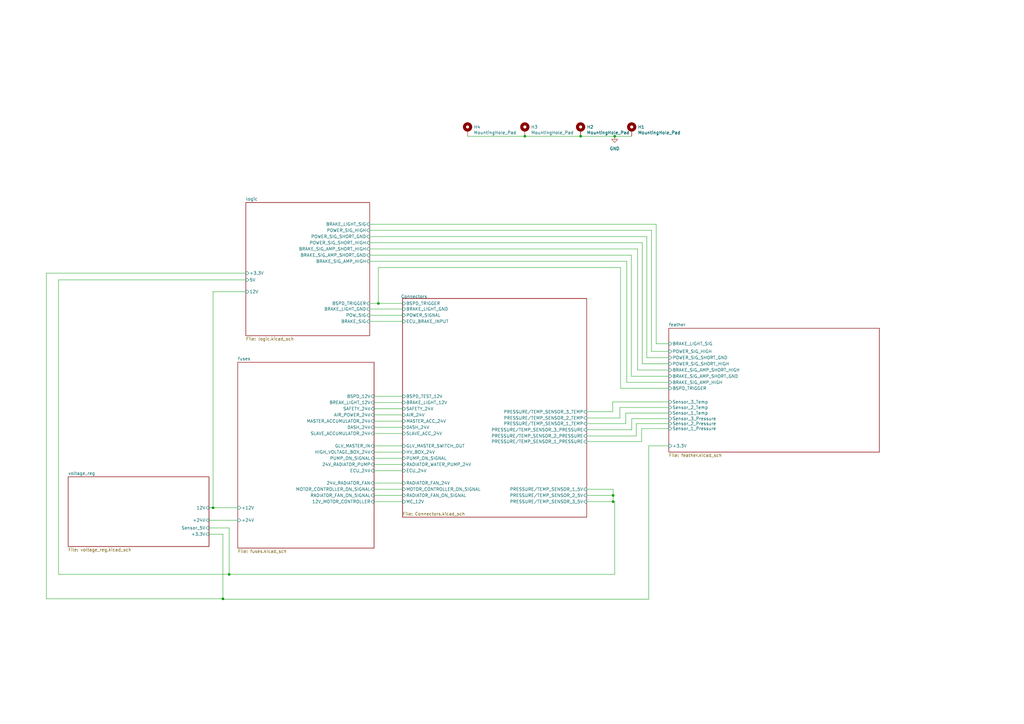
<source format=kicad_sch>
(kicad_sch (version 20231120) (generator "eeschema") (generator_version "8.0")
  (paper "A3")
  (lib_symbols
    (symbol "Mechanical:MountingHole_Pad" (pin_numbers hide) (pin_names (offset 1.016) hide)
      (property "Reference" "H" (at 0 6.35 0))
      (property "Value" "MountingHole_Pad" (at 0 4.445 0))
      (symbol "MountingHole_Pad_0_1"
        (circle (center 0 1.27) (radius 1.27) (stroke (width 1.27)))
      )
      (symbol "MountingHole_Pad_1_1"
        (pin input line (at 0 -2.54 90) (length 2.54) (name "1") (number "1"))
      )
    )
    (symbol "power:GND" (power) (pin_names (offset 0))
      (property "Value" "GND" (at 0 -3.81 0))
      (symbol "GND_0_1"
        (polyline (pts (xy 0 0) (xy 0 -1.27) (xy 1.27 -1.27) (xy 0 -2.54) (xy -1.27 -1.27) (xy 0 -1.27)))
      )
      (symbol "GND_1_1"
        (pin power_in line (at 0 0 270) (length 0) hide (name "GND") (number "1"))
      )
    )
  )
  (junction (at 251.46 205.74))
  (junction (at 87.376 208.28))
  (junction (at 252.095 55.88))
  (junction (at 155.194 124.46))
  (junction (at 238.125 55.88))
  (junction (at 91.44 245.618))
  (junction (at 251.46 203.2))
  (junction (at 93.98 235.585))
  (junction (at 215.265 55.88))
  (wire (pts (xy 265.303 146.685) (xy 265.303 97.028)))
  (wire (pts (xy 274.32 167.132) (xy 254.254 167.132)))
  (wire (pts (xy 155.194 109.728) (xy 254.508 109.728)))
  (wire (pts (xy 274.32 144.145) (xy 267.208 144.145)))
  (wire (pts (xy 151.638 131.826) (xy 165.1 131.826)))
  (wire (pts (xy 266.065 245.745) (xy 91.44 245.745)))
  (wire (pts (xy 153.416 198.12) (xy 165.1 198.12)))
  (wire (pts (xy 251.46 203.2) (xy 251.46 200.66)))
  (wire (pts (xy 151.638 129.286) (xy 165.1 129.286)))
  (wire (pts (xy 254.508 109.728) (xy 254.508 159.258)))
  (wire (pts (xy 153.416 205.74) (xy 165.1 205.74)))
  (wire (pts (xy 191.77 55.88) (xy 215.265 55.88)))
  (wire (pts (xy 215.265 55.88) (xy 238.125 55.88)))
  (wire (pts (xy 91.44 245.745) (xy 91.44 245.618)))
  (wire (pts (xy 153.416 177.8) (xy 165.1 177.8)))
  (wire (pts (xy 91.44 245.618) (xy 91.44 219.075)))
  (wire (pts (xy 269.113 91.948) (xy 151.638 91.948)))
  (wire (pts (xy 85.725 216.535) (xy 93.98 216.535)))
  (wire (pts (xy 254.254 171.45) (xy 240.665 171.45)))
  (wire (pts (xy 240.665 173.736) (xy 256.667 173.736)))
  (wire (pts (xy 274.32 151.765) (xy 261.493 151.765)))
  (wire (pts (xy 251.46 200.66) (xy 240.665 200.66)))
  (wire (pts (xy 85.725 208.28) (xy 87.376 208.28)))
  (wire (pts (xy 153.416 182.88) (xy 165.1 182.88)))
  (wire (pts (xy 274.32 182.88) (xy 266.065 182.88)))
  (wire (pts (xy 267.208 144.145) (xy 267.208 94.488)))
  (wire (pts (xy 259.08 176.276) (xy 259.08 171.704)))
  (wire (pts (xy 263.398 149.225) (xy 263.398 99.568)))
  (wire (pts (xy 252.095 235.585) (xy 252.095 205.74)))
  (wire (pts (xy 91.44 219.075) (xy 85.725 219.075)))
  (wire (pts (xy 153.416 170.18) (xy 165.1 170.18)))
  (wire (pts (xy 240.665 203.2) (xy 251.46 203.2)))
  (wire (pts (xy 153.416 167.64) (xy 165.1 167.64)))
  (wire (pts (xy 238.125 55.88) (xy 252.095 55.88)))
  (wire (pts (xy 151.638 126.746) (xy 165.1 126.746)))
  (wire (pts (xy 256.667 173.736) (xy 256.667 169.418)))
  (wire (pts (xy 93.98 216.535) (xy 93.98 235.585)))
  (wire (pts (xy 153.416 203.2) (xy 165.1 203.2)))
  (wire (pts (xy 251.333 168.91) (xy 251.333 164.846)))
  (wire (pts (xy 240.665 205.74) (xy 251.46 205.74)))
  (wire (pts (xy 265.303 97.028) (xy 151.638 97.028)))
  (wire (pts (xy 252.095 205.74) (xy 251.46 205.74)))
  (wire (pts (xy 261.493 102.108) (xy 151.638 102.108)))
  (wire (pts (xy 267.208 94.488) (xy 151.638 94.488)))
  (wire (pts (xy 151.638 104.648) (xy 258.953 104.648)))
  (wire (pts (xy 153.416 200.66) (xy 165.1 200.66)))
  (wire (pts (xy 251.333 164.846) (xy 274.32 164.846)))
  (wire (pts (xy 87.376 119.634) (xy 87.376 208.28)))
  (wire (pts (xy 151.638 124.46) (xy 155.194 124.46)))
  (wire (pts (xy 263.398 99.568) (xy 151.638 99.568)))
  (wire (pts (xy 263.144 175.768) (xy 263.144 181.102)))
  (wire (pts (xy 240.665 181.102) (xy 263.144 181.102)))
  (wire (pts (xy 261.493 151.765) (xy 261.493 102.108)))
  (wire (pts (xy 266.065 182.88) (xy 266.065 245.745)))
  (wire (pts (xy 19.05 112.014) (xy 19.05 245.618)))
  (wire (pts (xy 256.667 169.418) (xy 274.32 169.418)))
  (wire (pts (xy 240.665 168.91) (xy 251.333 168.91)))
  (wire (pts (xy 240.665 178.816) (xy 260.985 178.816)))
  (wire (pts (xy 260.985 173.736) (xy 260.985 178.816)))
  (wire (pts (xy 93.98 235.585) (xy 252.095 235.585)))
  (wire (pts (xy 263.144 175.768) (xy 274.32 175.768)))
  (wire (pts (xy 240.665 176.276) (xy 259.08 176.276)))
  (wire (pts (xy 274.32 146.685) (xy 265.303 146.685)))
  (wire (pts (xy 100.838 112.014) (xy 19.05 112.014)))
  (wire (pts (xy 24.003 114.808) (xy 24.003 235.585)))
  (wire (pts (xy 257.048 156.845) (xy 274.32 156.845)))
  (wire (pts (xy 258.953 104.648) (xy 258.953 154.305)))
  (wire (pts (xy 252.095 55.88) (xy 259.08 55.88)))
  (wire (pts (xy 269.113 140.97) (xy 269.113 91.948)))
  (wire (pts (xy 153.416 165.1) (xy 165.1 165.1)))
  (wire (pts (xy 87.376 208.28) (xy 97.536 208.28)))
  (wire (pts (xy 153.416 172.72) (xy 165.1 172.72)))
  (wire (pts (xy 153.416 190.5) (xy 165.1 190.5)))
  (wire (pts (xy 258.953 154.305) (xy 274.32 154.305)))
  (wire (pts (xy 153.416 162.56) (xy 165.1 162.56)))
  (wire (pts (xy 19.05 245.618) (xy 91.44 245.618)))
  (wire (pts (xy 251.46 205.74) (xy 251.46 203.2)))
  (wire (pts (xy 100.838 114.808) (xy 24.003 114.808)))
  (wire (pts (xy 24.003 235.585) (xy 93.98 235.585)))
  (wire (pts (xy 155.194 124.46) (xy 165.1 124.46)))
  (wire (pts (xy 155.194 124.46) (xy 155.194 109.728)))
  (wire (pts (xy 260.985 173.736) (xy 274.32 173.736)))
  (wire (pts (xy 259.08 171.704) (xy 274.32 171.704)))
  (wire (pts (xy 100.838 119.634) (xy 87.376 119.634)))
  (wire (pts (xy 151.638 107.188) (xy 257.048 107.188)))
  (wire (pts (xy 153.416 193.04) (xy 165.1 193.04)))
  (wire (pts (xy 153.416 175.26) (xy 165.1 175.26)))
  (wire (pts (xy 85.725 213.36) (xy 97.536 213.36)))
  (wire (pts (xy 254.254 167.132) (xy 254.254 171.45)))
  (wire (pts (xy 257.048 107.188) (xy 257.048 156.845)))
  (wire (pts (xy 153.416 185.42) (xy 165.1 185.42)))
  (wire (pts (xy 254.508 159.258) (xy 274.32 159.258)))
  (wire (pts (xy 153.416 187.96) (xy 165.1 187.96)))
  (wire (pts (xy 274.32 149.225) (xy 263.398 149.225)))
  (wire (pts (xy 274.32 140.97) (xy 269.113 140.97)))
  (symbol (lib_id "Mechanical:MountingHole_Pad") (at 259.08 53.34 0) (unit 1)
    (property "Reference" "H1" (at 261.62 52.0954 0) (effects (justify left)))
    (property "Value" "MountingHole_Pad" (at 261.62 54.4068 0) (effects (justify left)))
    (property "Footprint" "MountingHole:MountingHole_3.2mm_M3_Pad_Via" (effects (hide yes)))
  )
  (symbol (lib_id "Mechanical:MountingHole_Pad") (at 215.265 53.34 0) (unit 1)
    (property "Reference" "H3" (at 217.805 52.0954 0) (effects (justify left)))
    (property "Value" "MountingHole_Pad" (at 217.805 54.4068 0) (effects (justify left)))
    (property "Footprint" "MountingHole:MountingHole_3.2mm_M3_Pad_Via" (effects (hide yes)))
  )
  (symbol (lib_id "Mechanical:MountingHole_Pad") (at 191.77 53.34 0) (unit 1)
    (property "Reference" "H4" (at 194.31 52.0954 0) (effects (justify left)))
    (property "Value" "MountingHole_Pad" (at 194.31 54.4068 0) (effects (justify left)))
    (property "Footprint" "MountingHole:MountingHole_3.2mm_M3_Pad_Via" (effects (hide yes)))
  )
  (symbol (lib_id "Mechanical:MountingHole_Pad") (at 238.125 53.34 0) (unit 1)
    (property "Reference" "H2" (at 240.665 52.0954 0) (effects (justify left)))
    (property "Value" "MountingHole_Pad" (at 240.665 54.4068 0) (effects (justify left)))
    (property "Footprint" "MountingHole:MountingHole_3.2mm_M3_Pad_Via" (effects (hide yes)))
  )
  (symbol (lib_id "power:GND") (at 252.095 55.88 0) (unit 1)
    (property "Reference" "#PWR03" (effects (hide yes)))
    (property "Value" "GND" (at 252.095 60.96 0))
  )
  (sheet (at 97.536 148.59) (size 55.88 76.2) (stroke (width 0.1524))
    (property "Sheetname" "fuses" (at 97.536 147.8784 0) (effects (justify left bottom)))
    (property "Sheetfile" "fuses.kicad_sch" (at 97.536 225.3746 0) (effects (justify left top)))
    (pin "+24V" input (at 97.536 213.36 180))
    (pin "SAFETY_24V" input (at 153.416 167.64 0))
    (pin "AIR_POWER_24V" input (at 153.416 170.18 0))
    (pin "MASTER_ACCUMULATOR_24V" input (at 153.416 172.72 0))
    (pin "DASH_24V" input (at 153.416 175.26 0))
    (pin "SLAVE_ACCUMULATOR_24V" input (at 153.416 177.8 0))
    (pin "GLV_MASTER_IN" input (at 153.416 182.88 0))
    (pin "HIGH_VOLTAGE_BOX_24V" input (at 153.416 185.42 0))
    (pin "PUMP_ON_SIGNAL" input (at 153.416 187.96 0))
    (pin "24V_RADIATOR_PUMP" input (at 153.416 190.5 0))
    (pin "+12V" input (at 97.536 208.28 180))
    (pin "ECU_24V" input (at 153.416 193.04 0))
    (pin "24V_RADIATOR_FAN" input (at 153.416 198.12 0))
    (pin "MOTOR_CONTROLLER_ON_SIGNAL" input (at 153.416 200.66 0))
    (pin "RADIATOR_FAN_ON_SIGNAL" input (at 153.416 203.2 0))
    (pin "12V_MOTOR_CONTROLLER" input (at 153.416 205.74 0))
    (pin "BREAK_LIGHT_12V" input (at 153.416 165.1 0))
    (pin "BSPD_12V" input (at 153.416 162.56 0))
  )
  (sheet (at 100.838 83.058) (size 50.8 54.61) (stroke (width 0.1524))
    (property "Sheetname" "logic" (at 100.838 82.3464 0) (effects (justify left bottom)))
    (property "Sheetfile" "logic.kicad_sch" (at 100.838 138.2526 0) (effects (justify left top)))
    (pin "POW_SIG" input (at 151.638 129.286 0))
    (pin "POWER_SIG_HIGH" input (at 151.638 94.488 0))
    (pin "POWER_SIG_SHORT_GND" input (at 151.638 97.028 0))
    (pin "POWER_SIG_SHORT_HIGH" input (at 151.638 99.568 0))
    (pin "BRAKE_SIG_AMP_SHORT_HIGH" input (at 151.638 102.108 0))
    (pin "BRAKE_SIG_AMP_SHORT_GND" input (at 151.638 104.648 0))
    (pin "BRAKE_SIG_AMP_HIGH" input (at 151.638 107.188 0))
    (pin "BSPD_TRIGGER" input (at 151.638 124.46 0))
    (pin "BRAKE_SIG" input (at 151.638 131.826 0))
    (pin "BRAKE_LIGHT_SIG" input (at 151.638 91.948 0))
    (pin "BRAKE_LIGHT_GND" input (at 151.638 126.746 0))
    (pin "5V" input (at 100.838 114.808 180))
    (pin "+3.3V" input (at 100.838 112.014 180))
    (pin "12V" input (at 100.838 119.634 180))
  )
  (sheet (at 274.32 134.62) (size 86.36 50.8) (stroke (width 0.1524))
    (property "Sheetname" "feather" (at 274.32 133.9084 0) (effects (justify left bottom)))
    (property "Sheetfile" "feather.kicad_sch" (at 274.32 186.0046 0) (effects (justify left top)))
    (pin "Sensor_1_Pressure" input (at 274.32 175.768 180))
    (pin "Sensor_1_Temp" input (at 274.32 169.418 180))
    (pin "POWER_SIG_HIGH" input (at 274.32 144.145 180))
    (pin "BRAKE_SIG_AMP_HIGH" input (at 274.32 156.845 180))
    (pin "POWER_SIG_SHORT_HIGH" input (at 274.32 149.225 180))
    (pin "POWER_SIG_SHORT_GND" input (at 274.32 146.685 180))
    (pin "BRAKE_SIG_AMP_SHORT_HIGH" input (at 274.32 151.765 180))
    (pin "BRAKE_SIG_AMP_SHORT_GND" input (at 274.32 154.305 180))
    (pin "BRAKE_LIGHT_SIG" input (at 274.32 140.97 180))
    (pin "Sensor_2_Temp" input (at 274.32 167.132 180))
    (pin "Sensor_3_Temp" input (at 274.32 164.846 180))
    (pin "Sensor_2_Pressure" input (at 274.32 173.736 180))
    (pin "Sensor_3_Pressure" input (at 274.32 171.704 180))
    (pin "+3.3V" input (at 274.32 182.88 180))
    (pin "BSPD_TRIGGER" input (at 274.32 159.258 180))
  )
  (sheet (at 165.1 122.428) (size 75.565 89.662) (stroke (width 0.1524))
    (property "Sheetname" "Connectors" (at 164.465 122.3514 0) (effects (justify left bottom)))
    (property "Sheetfile" "Connectors.kicad_sch" (at 165.1 210.058 0) (effects (justify left top)))
    (pin "BRAKE_LIGHT_12V" input (at 165.1 165.1 180))
    (pin "MC_12V" input (at 165.1 205.74 180))
    (pin "PUMP_ON_SIGNAL" input (at 165.1 187.96 180))
    (pin "RADIATOR_FAN_ON_SIGNAL" input (at 165.1 203.2 180))
    (pin "RADIATOR_WATER_PUMP_24V" input (at 165.1 190.5 180))
    (pin "MOTOR_CONTROLLER_ON_SIGNAL" input (at 165.1 200.66 180))
    (pin "RADIATOR_FAN_24V" input (at 165.1 198.12 180))
    (pin "GLV_MASTER_SWITCH_OUT" input (at 165.1 182.88 180))
    (pin "MASTER_ACC_24V" input (at 165.1 172.72 180))
    (pin "SAFETY_24V" input (at 165.1 167.64 180))
    (pin "HV_BOX_24V" input (at 165.1 185.42 180))
    (pin "ECU_24V" input (at 165.1 193.04 180))
    (pin "PRESSURE{slash}TEMP_SENSOR_1_PRESSURE" input (at 240.665 181.102 0))
    (pin "PRESSURE{slash}TEMP_SENSOR_1_5V" input (at 240.665 200.66 0))
    (pin "PRESSURE{slash}TEMP_SENSOR_1_TEMP" input (at 240.665 173.736 0))
    (pin "PRESSURE{slash}TEMP_SENSOR_2_PRESSURE" input (at 240.665 178.816 0))
    (pin "PRESSURE{slash}TEMP_SENSOR_2_5V" input (at 240.665 203.2 0))
    (pin "DASH_24V" input (at 165.1 175.26 180))
    (pin "SLAVE_ACC_24V" input (at 165.1 177.8 180))
    (pin "PRESSURE{slash}TEMP_SENSOR_2_TEMP" input (at 240.665 171.45 0))
    (pin "PRESSURE{slash}TEMP_SENSOR_3_PRESSURE" input (at 240.665 176.276 0))
    (pin "PRESSURE{slash}TEMP_SENSOR_3_5V" input (at 240.665 205.74 0))
    (pin "PRESSURE{slash}TEMP_SENSOR_3_TEMP" input (at 240.665 168.91 0))
    (pin "BRAKE_LIGHT_GND" input (at 165.1 126.746 180))
    (pin "POWER_SIGNAL" input (at 165.1 129.286 180))
    (pin "ECU_BRAKE_INPUT" input (at 165.1 131.826 180))
    (pin "AIR_24V" input (at 165.1 170.18 180))
    (pin "BSPD_TEST_12V" input (at 165.1 162.56 180))
    (pin "BSPD_TRIGGER" input (at 165.1 124.46 180))
  )
  (sheet (at 27.94 195.58) (size 57.785 28.575) (stroke (width 0.1524))
    (property "Sheetname" "voltage_reg" (at 27.94 194.8684 0) (effects (justify left bottom)))
    (property "Sheetfile" "voltage_reg.kicad_sch" (at 27.94 224.7396 0) (effects (justify left top)))
    (pin "+24V" input (at 85.725 213.36 0))
    (pin "12V" input (at 85.725 208.28 0))
    (pin "+3.3V" input (at 85.725 219.075 0))
    (pin "Sensor_5V" input (at 85.725 216.535 0))
  )
)
</source>
